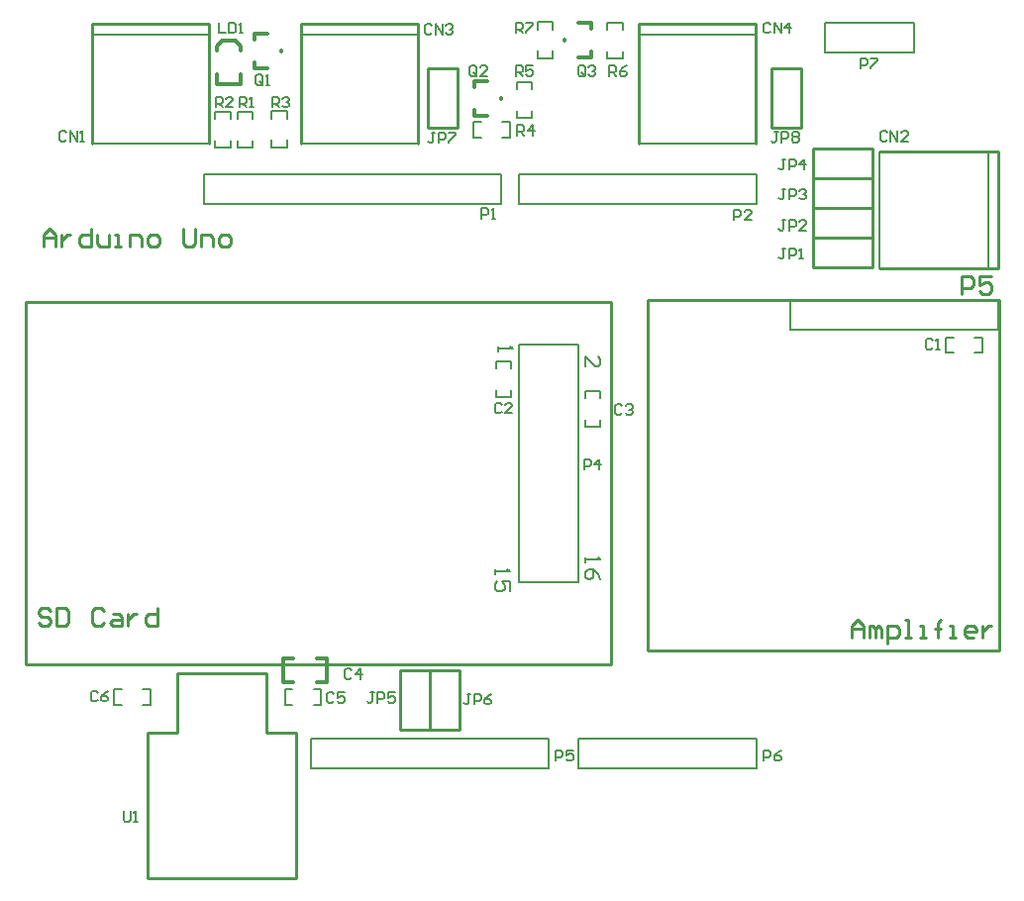
<source format=gto>
G04*
G04 #@! TF.GenerationSoftware,Altium Limited,Altium Designer,18.0.7 (293)*
G04*
G04 Layer_Color=65535*
%FSLAX24Y24*%
%MOIN*%
G70*
G01*
G75*
%ADD10C,0.0059*%
%ADD11C,0.0100*%
%ADD12C,0.0079*%
%ADD13C,0.0080*%
%ADD14C,0.0120*%
D10*
X5110Y6140D02*
X5370D01*
X5110Y6660D02*
X5370D01*
Y6140D02*
Y6660D01*
X4140Y6140D02*
Y6660D01*
Y6140D02*
X4400D01*
X4140Y6660D02*
X4400D01*
X9880Y6648D02*
X10140D01*
X9880Y6128D02*
X10140D01*
X9880D02*
Y6648D01*
X11110Y6128D02*
Y6648D01*
X10850D02*
X11110D01*
X10850Y6128D02*
X11110D01*
X16990Y16480D02*
Y16740D01*
X17510Y16480D02*
Y16740D01*
X16990Y16480D02*
X17510D01*
X16990Y17710D02*
X17510D01*
X16990Y17450D02*
Y17710D01*
X17510Y17450D02*
Y17710D01*
X19990Y15480D02*
Y15740D01*
X20510Y15480D02*
Y15740D01*
X19990Y15480D02*
X20510D01*
X19990Y16710D02*
X20510D01*
X19990Y16450D02*
Y16710D01*
X20510Y16450D02*
Y16710D01*
X8060Y25850D02*
Y26110D01*
X7540Y25850D02*
Y26110D01*
X8060D01*
X7540Y24880D02*
X8060D01*
Y25140D01*
X7540Y24880D02*
Y25140D01*
X9440Y24890D02*
Y25150D01*
X9960Y24890D02*
Y25150D01*
X9440Y24890D02*
X9960D01*
X9440Y26120D02*
X9960D01*
X9440Y25860D02*
Y26120D01*
X9960Y25860D02*
Y26120D01*
X8810Y25850D02*
Y26110D01*
X8290Y25850D02*
Y26110D01*
X8810D01*
X8290Y24880D02*
X8810D01*
Y25140D01*
X8290Y24880D02*
Y25140D01*
X16240Y25760D02*
X16500D01*
X16240Y25240D02*
X16500D01*
X16240D02*
Y25760D01*
X17470Y25240D02*
Y25760D01*
X17210D02*
X17470D01*
X17210Y25240D02*
X17470D01*
X21260Y28850D02*
Y29110D01*
X20740Y28850D02*
Y29110D01*
X21260D01*
X20740Y27880D02*
X21260D01*
Y28140D01*
X20740Y27880D02*
Y28140D01*
X18210Y26850D02*
Y27110D01*
X17690Y26850D02*
Y27110D01*
X18210D01*
X17690Y25880D02*
X18210D01*
Y26140D01*
X17690Y25880D02*
Y26140D01*
X18390Y27890D02*
Y28150D01*
X18910Y27890D02*
Y28150D01*
X18390Y27890D02*
X18910D01*
X18390Y29120D02*
X18910D01*
X18390Y28860D02*
Y29120D01*
X18910Y28860D02*
Y29120D01*
X33100Y17990D02*
X33360D01*
X33100Y18510D02*
X33360D01*
Y17990D02*
Y18510D01*
X32130Y17990D02*
Y18510D01*
Y17990D02*
X32390D01*
X32130Y18510D02*
X32390D01*
D11*
X29650Y21850D02*
Y22850D01*
X27650Y21850D02*
Y22850D01*
Y21850D02*
X29650D01*
X27650Y22850D02*
X29650D01*
Y23850D01*
X27650Y22850D02*
Y23850D01*
Y22850D02*
X29650D01*
X27650Y23850D02*
X29650D01*
X29892Y20831D02*
X33908D01*
Y24769D01*
X29892D02*
X33908D01*
X29650Y23850D02*
Y24850D01*
X27650Y23850D02*
Y24850D01*
Y23850D02*
X29650D01*
X27650Y24850D02*
X29650D01*
Y20850D02*
Y21850D01*
X27650Y20850D02*
Y21850D01*
Y20850D02*
X29650D01*
X27650Y21850D02*
X29650D01*
X1165Y7500D02*
Y19705D01*
Y7500D02*
X20850D01*
Y19705D01*
X1165D02*
X20850D01*
X3381Y25042D02*
Y29058D01*
X7319D01*
Y25042D02*
Y29058D01*
X10431Y25042D02*
Y29058D01*
X14368D01*
Y25042D02*
Y29058D01*
X14700Y25550D02*
Y27550D01*
X15700Y25550D02*
Y27550D01*
X14700Y25550D02*
X15700D01*
X14700Y27550D02*
X15700D01*
X21781Y25042D02*
Y29058D01*
X25719D01*
Y25042D02*
Y29058D01*
X26250Y25550D02*
Y27550D01*
X27250Y25550D02*
Y27550D01*
X26250Y25550D02*
X27250D01*
X26250Y27550D02*
X27250D01*
X22100Y7950D02*
Y19761D01*
Y7950D02*
X33911D01*
Y19761D01*
X22100D02*
X33911D01*
X14750Y5300D02*
Y7300D01*
X15750Y5300D02*
Y7300D01*
X14750Y5300D02*
X15750D01*
X14750Y7300D02*
X15750D01*
X13750Y5300D02*
Y7300D01*
X14750Y5300D02*
Y7300D01*
X13750Y5300D02*
X14750D01*
X13750Y7300D02*
X14750D01*
X5250Y300D02*
X10250D01*
X9250Y5200D02*
Y7200D01*
X10250Y300D02*
Y5200D01*
X6250Y7200D02*
X9250D01*
X6250Y5200D02*
Y7200D01*
X5250Y300D02*
Y5200D01*
X6250D01*
X9250D02*
X10250D01*
X2000Y9300D02*
X1900Y9400D01*
X1700D01*
X1600Y9300D01*
Y9200D01*
X1700Y9100D01*
X1900D01*
X2000Y9000D01*
Y8900D01*
X1900Y8800D01*
X1700D01*
X1600Y8900D01*
X2200Y9400D02*
Y8800D01*
X2500D01*
X2600Y8900D01*
Y9300D01*
X2500Y9400D01*
X2200D01*
X3799Y9300D02*
X3699Y9400D01*
X3499D01*
X3399Y9300D01*
Y8900D01*
X3499Y8800D01*
X3699D01*
X3799Y8900D01*
X4099Y9200D02*
X4299D01*
X4399Y9100D01*
Y8800D01*
X4099D01*
X3999Y8900D01*
X4099Y9000D01*
X4399D01*
X4599Y9200D02*
Y8800D01*
Y9000D01*
X4699Y9100D01*
X4799Y9200D01*
X4899D01*
X5599Y9400D02*
Y8800D01*
X5299D01*
X5199Y8900D01*
Y9100D01*
X5299Y9200D01*
X5599D01*
X28950Y8400D02*
Y8800D01*
X29150Y9000D01*
X29350Y8800D01*
Y8400D01*
Y8700D01*
X28950D01*
X29550Y8400D02*
Y8800D01*
X29650D01*
X29750Y8700D01*
Y8400D01*
Y8700D01*
X29850Y8800D01*
X29950Y8700D01*
Y8400D01*
X30150Y8200D02*
Y8800D01*
X30450D01*
X30549Y8700D01*
Y8500D01*
X30450Y8400D01*
X30150D01*
X30749D02*
X30949D01*
X30849D01*
Y9000D01*
X30749D01*
X31249Y8400D02*
X31449D01*
X31349D01*
Y8800D01*
X31249D01*
X31849Y8400D02*
Y8900D01*
Y8700D01*
X31749D01*
X31949D01*
X31849D01*
Y8900D01*
X31949Y9000D01*
X32249Y8400D02*
X32449D01*
X32349D01*
Y8800D01*
X32249D01*
X33049Y8400D02*
X32849D01*
X32749Y8500D01*
Y8700D01*
X32849Y8800D01*
X33049D01*
X33149Y8700D01*
Y8600D01*
X32749D01*
X33349Y8800D02*
Y8400D01*
Y8600D01*
X33449Y8700D01*
X33549Y8800D01*
X33648D01*
X1750Y21550D02*
Y21950D01*
X1950Y22150D01*
X2150Y21950D01*
Y21550D01*
Y21850D01*
X1750D01*
X2350Y21950D02*
Y21550D01*
Y21750D01*
X2450Y21850D01*
X2550Y21950D01*
X2650D01*
X3349Y22150D02*
Y21550D01*
X3050D01*
X2950Y21650D01*
Y21850D01*
X3050Y21950D01*
X3349D01*
X3549D02*
Y21650D01*
X3649Y21550D01*
X3949D01*
Y21950D01*
X4149Y21550D02*
X4349D01*
X4249D01*
Y21950D01*
X4149D01*
X4649Y21550D02*
Y21950D01*
X4949D01*
X5049Y21850D01*
Y21550D01*
X5349D02*
X5549D01*
X5649Y21650D01*
Y21850D01*
X5549Y21950D01*
X5349D01*
X5249Y21850D01*
Y21650D01*
X5349Y21550D01*
X6448Y22150D02*
Y21650D01*
X6548Y21550D01*
X6748D01*
X6848Y21650D01*
Y22150D01*
X7048Y21550D02*
Y21950D01*
X7348D01*
X7448Y21850D01*
Y21550D01*
X7748D02*
X7948D01*
X8048Y21650D01*
Y21850D01*
X7948Y21950D01*
X7748D01*
X7648Y21850D01*
Y21650D01*
X7748Y21550D01*
X32650Y19950D02*
Y20550D01*
X32950D01*
X33050Y20450D01*
Y20250D01*
X32950Y20150D01*
X32650D01*
X33650Y20550D02*
X33250D01*
Y20250D01*
X33450Y20350D01*
X33550D01*
X33650Y20250D01*
Y20050D01*
X33550Y19950D01*
X33350D01*
X33250Y20050D01*
D12*
X26900Y18750D02*
X33900D01*
Y19750D01*
X26900D02*
X33900D01*
X26900Y18750D02*
Y19750D01*
X19750Y10250D02*
Y18250D01*
X17750Y10250D02*
Y18250D01*
X19750D01*
X17750Y10250D02*
X19750D01*
X28050Y28100D02*
X31050D01*
Y29100D01*
X28050D02*
X31050D01*
X28050Y28100D02*
Y29100D01*
X19750Y4000D02*
Y5000D01*
X25750Y4000D02*
Y5000D01*
X19750Y4000D02*
X25750D01*
X19750Y5000D02*
X25750D01*
X17750Y23000D02*
Y24000D01*
X25750D01*
Y23000D02*
Y24000D01*
X17750Y23000D02*
X25750D01*
X10750Y4000D02*
Y5000D01*
X18750D01*
Y4000D02*
Y5000D01*
X10750Y4000D02*
X18750D01*
X7150Y23000D02*
X16400D01*
X17150D01*
Y24000D01*
X7150D02*
X17150D01*
X7150Y23000D02*
Y24000D01*
D13*
X33554Y20820D02*
Y24749D01*
X29892Y23951D02*
Y24419D01*
Y20831D02*
Y23359D01*
Y23951D01*
Y24419D02*
Y24769D01*
X3381Y25042D02*
X3731D01*
X4199D02*
X4791D01*
X7319D01*
X3731D02*
X4199D01*
X3401Y28704D02*
X7330D01*
X10431Y25042D02*
X10781D01*
X11249D02*
X11841D01*
X14368D01*
X10781D02*
X11249D01*
X10451Y28704D02*
X14380D01*
X21781Y25042D02*
X22131D01*
X22599D02*
X23191D01*
X25719D01*
X22131D02*
X22599D01*
X21801Y28704D02*
X25730D01*
X20000Y11100D02*
Y10933D01*
Y11017D01*
X20500D01*
X20417Y11100D01*
X20500Y10350D02*
X20417Y10517D01*
X20250Y10683D01*
X20083D01*
X20000Y10600D01*
Y10434D01*
X20083Y10350D01*
X20167D01*
X20250Y10434D01*
Y10683D01*
X16950Y10700D02*
Y10533D01*
Y10617D01*
X17450D01*
X17367Y10700D01*
X17450Y9950D02*
Y10283D01*
X17200D01*
X17283Y10117D01*
Y10034D01*
X17200Y9950D01*
X17033D01*
X16950Y10034D01*
Y10200D01*
X17033Y10283D01*
X17050Y18200D02*
Y18033D01*
Y18117D01*
X17550D01*
X17467Y18200D01*
X20000Y17517D02*
Y17850D01*
X20333Y17517D01*
X20417D01*
X20500Y17600D01*
Y17767D01*
X20417Y17850D01*
X29250Y27550D02*
Y27900D01*
X29425D01*
X29483Y27842D01*
Y27725D01*
X29425Y27667D01*
X29250D01*
X29600Y27900D02*
X29833D01*
Y27842D01*
X29600Y27608D01*
Y27550D01*
X19950Y14050D02*
Y14400D01*
X20125D01*
X20183Y14342D01*
Y14225D01*
X20125Y14167D01*
X19950D01*
X20475Y14050D02*
Y14400D01*
X20300Y14225D01*
X20533D01*
X4450Y2550D02*
Y2258D01*
X4508Y2200D01*
X4625D01*
X4683Y2258D01*
Y2550D01*
X4800Y2200D02*
X4917D01*
X4858D01*
Y2550D01*
X4800Y2492D01*
X17650Y28750D02*
Y29100D01*
X17825D01*
X17883Y29042D01*
Y28925D01*
X17825Y28867D01*
X17650D01*
X17767D02*
X17883Y28750D01*
X18000Y29100D02*
X18233D01*
Y29042D01*
X18000Y28808D01*
Y28750D01*
X20800Y27300D02*
Y27650D01*
X20975D01*
X21033Y27592D01*
Y27475D01*
X20975Y27417D01*
X20800D01*
X20917D02*
X21033Y27300D01*
X21383Y27650D02*
X21267Y27592D01*
X21150Y27475D01*
Y27358D01*
X21208Y27300D01*
X21325D01*
X21383Y27358D01*
Y27417D01*
X21325Y27475D01*
X21150D01*
X17650Y27300D02*
Y27650D01*
X17825D01*
X17883Y27592D01*
Y27475D01*
X17825Y27417D01*
X17650D01*
X17767D02*
X17883Y27300D01*
X18233Y27650D02*
X18000D01*
Y27475D01*
X18117Y27533D01*
X18175D01*
X18233Y27475D01*
Y27358D01*
X18175Y27300D01*
X18058D01*
X18000Y27358D01*
X17700Y25300D02*
Y25650D01*
X17875D01*
X17933Y25592D01*
Y25475D01*
X17875Y25417D01*
X17700D01*
X17817D02*
X17933Y25300D01*
X18225D02*
Y25650D01*
X18050Y25475D01*
X18283D01*
X9450Y26250D02*
Y26600D01*
X9625D01*
X9683Y26542D01*
Y26425D01*
X9625Y26367D01*
X9450D01*
X9567D02*
X9683Y26250D01*
X9800Y26542D02*
X9858Y26600D01*
X9975D01*
X10033Y26542D01*
Y26483D01*
X9975Y26425D01*
X9917D01*
X9975D01*
X10033Y26367D01*
Y26308D01*
X9975Y26250D01*
X9858D01*
X9800Y26308D01*
X7550Y26250D02*
Y26600D01*
X7725D01*
X7783Y26542D01*
Y26425D01*
X7725Y26367D01*
X7550D01*
X7667D02*
X7783Y26250D01*
X8133D02*
X7900D01*
X8133Y26483D01*
Y26542D01*
X8075Y26600D01*
X7958D01*
X7900Y26542D01*
X8350Y26250D02*
Y26600D01*
X8525D01*
X8583Y26542D01*
Y26425D01*
X8525Y26367D01*
X8350D01*
X8467D02*
X8583Y26250D01*
X8700D02*
X8817D01*
X8758D01*
Y26600D01*
X8700Y26542D01*
X19983Y27358D02*
Y27592D01*
X19925Y27650D01*
X19808D01*
X19750Y27592D01*
Y27358D01*
X19808Y27300D01*
X19925D01*
X19867Y27417D02*
X19983Y27300D01*
X19925D02*
X19983Y27358D01*
X20100Y27592D02*
X20158Y27650D01*
X20275D01*
X20333Y27592D01*
Y27533D01*
X20275Y27475D01*
X20217D01*
X20275D01*
X20333Y27417D01*
Y27358D01*
X20275Y27300D01*
X20158D01*
X20100Y27358D01*
X16333D02*
Y27592D01*
X16275Y27650D01*
X16158D01*
X16100Y27592D01*
Y27358D01*
X16158Y27300D01*
X16275D01*
X16217Y27417D02*
X16333Y27300D01*
X16275D02*
X16333Y27358D01*
X16683Y27300D02*
X16450D01*
X16683Y27533D01*
Y27592D01*
X16625Y27650D01*
X16508D01*
X16450Y27592D01*
X9133Y27058D02*
Y27292D01*
X9075Y27350D01*
X8958D01*
X8900Y27292D01*
Y27058D01*
X8958Y27000D01*
X9075D01*
X9017Y27117D02*
X9133Y27000D01*
X9075D02*
X9133Y27058D01*
X9250Y27000D02*
X9367D01*
X9308D01*
Y27350D01*
X9250Y27292D01*
X26000Y4250D02*
Y4600D01*
X26175D01*
X26233Y4542D01*
Y4425D01*
X26175Y4367D01*
X26000D01*
X26583Y4600D02*
X26467Y4542D01*
X26350Y4425D01*
Y4308D01*
X26408Y4250D01*
X26525D01*
X26583Y4308D01*
Y4367D01*
X26525Y4425D01*
X26350D01*
X19000Y4250D02*
Y4600D01*
X19175D01*
X19233Y4542D01*
Y4425D01*
X19175Y4367D01*
X19000D01*
X19583Y4600D02*
X19350D01*
Y4425D01*
X19467Y4483D01*
X19525D01*
X19583Y4425D01*
Y4308D01*
X19525Y4250D01*
X19408D01*
X19350Y4308D01*
X25000Y22450D02*
Y22800D01*
X25175D01*
X25233Y22742D01*
Y22625D01*
X25175Y22567D01*
X25000D01*
X25583Y22450D02*
X25350D01*
X25583Y22683D01*
Y22742D01*
X25525Y22800D01*
X25408D01*
X25350Y22742D01*
X16500Y22500D02*
Y22850D01*
X16675D01*
X16733Y22792D01*
Y22675D01*
X16675Y22617D01*
X16500D01*
X16850Y22500D02*
X16967D01*
X16908D01*
Y22850D01*
X16850Y22792D01*
X7650Y29100D02*
Y28750D01*
X7883D01*
X8000Y29100D02*
Y28750D01*
X8175D01*
X8233Y28808D01*
Y29042D01*
X8175Y29100D01*
X8000D01*
X8350Y28750D02*
X8466D01*
X8408D01*
Y29100D01*
X8350Y29042D01*
X26733Y21500D02*
X26617D01*
X26675D01*
Y21208D01*
X26617Y21150D01*
X26558D01*
X26500Y21208D01*
X26850Y21150D02*
Y21500D01*
X27025D01*
X27083Y21442D01*
Y21325D01*
X27025Y21267D01*
X26850D01*
X27200Y21150D02*
X27316D01*
X27258D01*
Y21500D01*
X27200Y21442D01*
X26483Y25427D02*
X26367D01*
X26425D01*
Y25135D01*
X26367Y25077D01*
X26308D01*
X26250Y25135D01*
X26600Y25077D02*
Y25427D01*
X26775D01*
X26833Y25369D01*
Y25252D01*
X26775Y25194D01*
X26600D01*
X26950Y25369D02*
X27008Y25427D01*
X27125D01*
X27183Y25369D01*
Y25310D01*
X27125Y25252D01*
X27183Y25194D01*
Y25135D01*
X27125Y25077D01*
X27008D01*
X26950Y25135D01*
Y25194D01*
X27008Y25252D01*
X26950Y25310D01*
Y25369D01*
X27008Y25252D02*
X27125D01*
X26733Y22450D02*
X26617D01*
X26675D01*
Y22158D01*
X26617Y22100D01*
X26558D01*
X26500Y22158D01*
X26850Y22100D02*
Y22450D01*
X27025D01*
X27083Y22392D01*
Y22275D01*
X27025Y22217D01*
X26850D01*
X27433Y22100D02*
X27200D01*
X27433Y22333D01*
Y22392D01*
X27375Y22450D01*
X27258D01*
X27200Y22392D01*
X16133Y6500D02*
X16017D01*
X16075D01*
Y6208D01*
X16017Y6150D01*
X15958D01*
X15900Y6208D01*
X16250Y6150D02*
Y6500D01*
X16425D01*
X16483Y6442D01*
Y6325D01*
X16425Y6267D01*
X16250D01*
X16833Y6500D02*
X16716Y6442D01*
X16600Y6325D01*
Y6208D01*
X16658Y6150D01*
X16775D01*
X16833Y6208D01*
Y6267D01*
X16775Y6325D01*
X16600D01*
X26733Y24500D02*
X26617D01*
X26675D01*
Y24208D01*
X26617Y24150D01*
X26558D01*
X26500Y24208D01*
X26850Y24150D02*
Y24500D01*
X27025D01*
X27083Y24442D01*
Y24325D01*
X27025Y24267D01*
X26850D01*
X27375Y24150D02*
Y24500D01*
X27200Y24325D01*
X27433D01*
X26733Y23500D02*
X26617D01*
X26675D01*
Y23208D01*
X26617Y23150D01*
X26558D01*
X26500Y23208D01*
X26850Y23150D02*
Y23500D01*
X27025D01*
X27083Y23442D01*
Y23325D01*
X27025Y23267D01*
X26850D01*
X27200Y23442D02*
X27258Y23500D01*
X27375D01*
X27433Y23442D01*
Y23383D01*
X27375Y23325D01*
X27316D01*
X27375D01*
X27433Y23267D01*
Y23208D01*
X27375Y23150D01*
X27258D01*
X27200Y23208D01*
X12883Y6550D02*
X12767D01*
X12825D01*
Y6258D01*
X12767Y6200D01*
X12708D01*
X12650Y6258D01*
X13000Y6200D02*
Y6550D01*
X13175D01*
X13233Y6492D01*
Y6375D01*
X13175Y6317D01*
X13000D01*
X13583Y6550D02*
X13350D01*
Y6375D01*
X13466Y6433D01*
X13525D01*
X13583Y6375D01*
Y6258D01*
X13525Y6200D01*
X13408D01*
X13350Y6258D01*
X14933Y25400D02*
X14817D01*
X14875D01*
Y25108D01*
X14817Y25050D01*
X14758D01*
X14700Y25108D01*
X15050Y25050D02*
Y25400D01*
X15225D01*
X15283Y25342D01*
Y25225D01*
X15225Y25167D01*
X15050D01*
X15400Y25400D02*
X15633D01*
Y25342D01*
X15400Y25108D01*
Y25050D01*
X26233Y29042D02*
X26175Y29100D01*
X26058D01*
X26000Y29042D01*
Y28808D01*
X26058Y28750D01*
X26175D01*
X26233Y28808D01*
X26350Y28750D02*
Y29100D01*
X26583Y28750D01*
Y29100D01*
X26875Y28750D02*
Y29100D01*
X26700Y28925D01*
X26933D01*
X14833Y28992D02*
X14775Y29050D01*
X14658D01*
X14600Y28992D01*
Y28758D01*
X14658Y28700D01*
X14775D01*
X14833Y28758D01*
X14950Y28700D02*
Y29050D01*
X15183Y28700D01*
Y29050D01*
X15300Y28992D02*
X15358Y29050D01*
X15475D01*
X15533Y28992D01*
Y28933D01*
X15475Y28875D01*
X15416D01*
X15475D01*
X15533Y28817D01*
Y28758D01*
X15475Y28700D01*
X15358D01*
X15300Y28758D01*
X2533Y25392D02*
X2475Y25450D01*
X2358D01*
X2300Y25392D01*
Y25158D01*
X2358Y25100D01*
X2475D01*
X2533Y25158D01*
X2650Y25100D02*
Y25450D01*
X2883Y25100D01*
Y25450D01*
X3000Y25100D02*
X3116D01*
X3058D01*
Y25450D01*
X3000Y25392D01*
X30153D02*
X30095Y25450D01*
X29978D01*
X29920Y25392D01*
Y25158D01*
X29978Y25100D01*
X30095D01*
X30153Y25158D01*
X30270Y25100D02*
Y25450D01*
X30503Y25100D01*
Y25450D01*
X30853Y25100D02*
X30620D01*
X30853Y25333D01*
Y25392D01*
X30795Y25450D01*
X30678D01*
X30620Y25392D01*
X3583Y6542D02*
X3525Y6600D01*
X3408D01*
X3350Y6542D01*
Y6308D01*
X3408Y6250D01*
X3525D01*
X3583Y6308D01*
X3933Y6600D02*
X3817Y6542D01*
X3700Y6425D01*
Y6308D01*
X3758Y6250D01*
X3875D01*
X3933Y6308D01*
Y6367D01*
X3875Y6425D01*
X3700D01*
X31683Y18392D02*
X31625Y18450D01*
X31508D01*
X31450Y18392D01*
Y18158D01*
X31508Y18100D01*
X31625D01*
X31683Y18158D01*
X31800Y18100D02*
X31917D01*
X31858D01*
Y18450D01*
X31800Y18392D01*
X12133Y7292D02*
X12075Y7350D01*
X11958D01*
X11900Y7292D01*
Y7058D01*
X11958Y7000D01*
X12075D01*
X12133Y7058D01*
X12425Y7000D02*
Y7350D01*
X12250Y7175D01*
X12483D01*
X11533Y6492D02*
X11475Y6550D01*
X11358D01*
X11300Y6492D01*
Y6258D01*
X11358Y6200D01*
X11475D01*
X11533Y6258D01*
X11883Y6550D02*
X11650D01*
Y6375D01*
X11767Y6433D01*
X11825D01*
X11883Y6375D01*
Y6258D01*
X11825Y6200D01*
X11708D01*
X11650Y6258D01*
X21233Y16192D02*
X21175Y16250D01*
X21058D01*
X21000Y16192D01*
Y15958D01*
X21058Y15900D01*
X21175D01*
X21233Y15958D01*
X21350Y16192D02*
X21408Y16250D01*
X21525D01*
X21583Y16192D01*
Y16133D01*
X21525Y16075D01*
X21467D01*
X21525D01*
X21583Y16017D01*
Y15958D01*
X21525Y15900D01*
X21408D01*
X21350Y15958D01*
X17183Y16242D02*
X17125Y16300D01*
X17008D01*
X16950Y16242D01*
Y16008D01*
X17008Y15950D01*
X17125D01*
X17183Y16008D01*
X17533Y15950D02*
X17300D01*
X17533Y16183D01*
Y16242D01*
X17475Y16300D01*
X17358D01*
X17300Y16242D01*
D14*
X9820Y7700D02*
X10150D01*
X9820Y6900D02*
X10150D01*
X9820D02*
Y7700D01*
X11280Y6900D02*
Y7700D01*
X10950D02*
X11280D01*
X10950Y6900D02*
X11280D01*
X7600Y27020D02*
X8400D01*
Y27350D01*
X7600Y27020D02*
Y27350D01*
Y28310D02*
X7770Y28480D01*
X7600Y28150D02*
Y28310D01*
X7770Y28480D02*
X8230D01*
X8400Y28310D01*
Y28150D02*
Y28310D01*
X8850Y27570D02*
Y27770D01*
X9750Y28120D02*
Y28170D01*
X8850Y28520D02*
Y28720D01*
Y27570D02*
X9300D01*
X8850Y28720D02*
X9300D01*
X16250Y25970D02*
Y26170D01*
X17150Y26520D02*
Y26570D01*
X16250Y26920D02*
Y27120D01*
Y25970D02*
X16700D01*
X16250Y27120D02*
X16700D01*
X20200Y28880D02*
Y29080D01*
X19300Y28480D02*
Y28530D01*
X20200Y27930D02*
Y28130D01*
X19750Y29080D02*
X20200D01*
X19750Y27930D02*
X20200D01*
M02*

</source>
